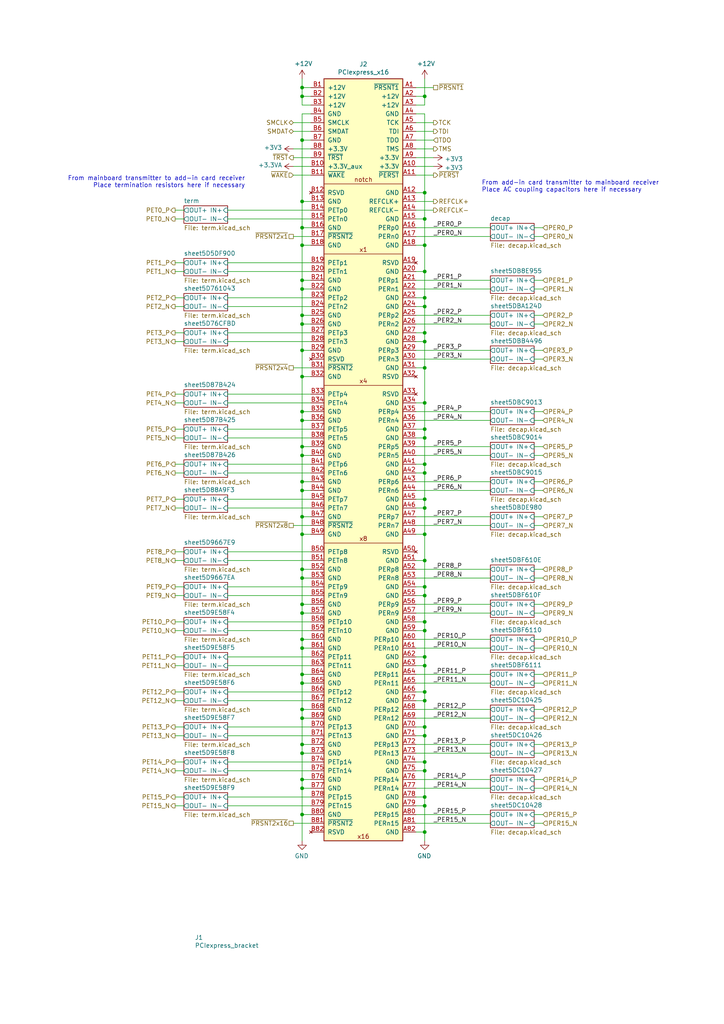
<source format=kicad_sch>
(kicad_sch (version 20250114) (generator "eeschema") (generator_version "9.0")
  (paper "A4" portrait)
  (title_block (title "PCIexpress_x16_full") (company "Author: Luca Anastasio"))
  (lib_symbols
    (symbol "PCIexpress:PCIexpress_bracket" (pin_names (offset 1.016))
      (property "Reference" "J" (at 0 0 0))
      (property "Value" "PCIexpress_bracket" (at 0 0 0))
    )
    (symbol "PCIexpress:PCIexpress_x16" (pin_names (offset 1.016))
      (property "Reference" "J" (at 0 3.81 0))
      (property "Value" "PCIexpress_x16" (at 0 1.27 0))
      (symbol "PCIexpress_x16_0_0"
        (polyline (pts (xy 11.43 -88.9) (xy -11.43 -88.9)))
        (polyline (pts (xy 11.43 -134.62) (xy -11.43 -134.62)))
        (text "x4" (at 0 -87.63 0) (effects (font (size 1.27 1.27))))
        (text "x8" (at 0 -133.35 0) (effects (font (size 1.27 1.27))))
        (text "x16" (at 0 -219.71 0) (effects (font (size 1.27 1.27))))
      )
      (symbol "PCIexpress_x16_1_1"
        (rectangle (start 11.43 0) (end -11.43 -220.98) (stroke (width 0.254)) (fill (type background)))
        (polyline (pts (xy 11.43 -30.48) (xy -11.43 -30.48)))
        (polyline (pts (xy 11.43 -50.8) (xy -11.43 -50.8)))
        (text "notch" (at 0 -29.21 0) (effects (font (size 1.27 1.27))))
        (text "x1" (at 0 -49.53 0) (effects (font (size 1.27 1.27))))
        (pin power_out line (at -15.24 -2.54 0) (length 3.81) (name "+12V") (number "B1"))
        (pin power_out line (at -15.24 -5.08 0) (length 3.81) (name "+12V") (number "B2"))
        (pin power_out line (at -15.24 -7.62 0) (length 3.81) (name "+12V") (number "B3"))
        (pin power_out line (at -15.24 -10.16 0) (length 3.81) (name "GND") (number "B4"))
        (pin open_collector line (at -15.24 -12.7 0) (length 3.81) (name "SMCLK") (number "B5"))
        (pin open_collector line (at -15.24 -15.24 0) (length 3.81) (name "SMDAT") (number "B6"))
        (pin power_out line (at -15.24 -17.78 0) (length 3.81) (name "GND") (number "B7"))
        (pin power_out line (at -15.24 -20.32 0) (length 3.81) (name "+3.3V") (number "B8"))
        (pin output line (at -15.24 -22.86 0) (length 3.81) (name "~{TRST}") (number "B9"))
        (pin power_out line (at -15.24 -25.4 0) (length 3.81) (name "+3.3V_aux") (number "B10"))
        (pin open_collector line (at -15.24 -27.94 0) (length 3.81) (name "~{WAKE}") (number "B11"))
        (pin no_connect line (at -15.24 -33.02 0) (length 3.81) (name "RSVD") (number "B12"))
        (pin power_out line (at -15.24 -35.56 0) (length 3.81) (name "GND") (number "B13"))
        (pin output line (at -15.24 -38.1 0) (length 3.81) (name "PETp0") (number "B14"))
        (pin output line (at -15.24 -40.64 0) (length 3.81) (name "PETn0") (number "B15"))
        (pin power_out line (at -15.24 -43.18 0) (length 3.81) (name "GND") (number "B16"))
        (pin passive line (at -15.24 -45.72 0) (length 3.81) (name "~{PRSNT2}") (number "B17"))
        (pin power_out line (at -15.24 -48.26 0) (length 3.81) (name "GND") (number "B18"))
        (pin output line (at -15.24 -53.34 0) (length 3.81) (name "PETp1") (number "B19"))
        (pin output line (at -15.24 -55.88 0) (length 3.81) (name "PETn1") (number "B20"))
        (pin power_out line (at -15.24 -58.42 0) (length 3.81) (name "GND") (number "B21"))
        (pin power_out line (at -15.24 -60.96 0) (length 3.81) (name "GND") (number "B22"))
        (pin output line (at -15.24 -63.5 0) (length 3.81) (name "PETp2") (number "B23"))
        (pin output line (at -15.24 -66.04 0) (length 3.81) (name "PETn2") (number "B24"))
        (pin power_out line (at -15.24 -68.58 0) (length 3.81) (name "GND") (number "B25"))
        (pin power_out line (at -15.24 -71.12 0) (length 3.81) (name "GND") (number "B26"))
        (pin output line (at -15.24 -73.66 0) (length 3.81) (name "PETp3") (number "B27"))
        (pin output line (at -15.24 -76.2 0) (length 3.81) (name "PETn3") (number "B28"))
        (pin power_out line (at -15.24 -78.74 0) (length 3.81) (name "GND") (number "B29"))
        (pin no_connect line (at -15.24 -81.28 0) (length 3.81) (name "RSVD") (number "B30"))
        (pin passive line (at -15.24 -83.82 0) (length 3.81) (name "~{PRSNT2}") (number "B31"))
        (pin power_out line (at -15.24 -86.36 0) (length 3.81) (name "GND") (number "B32"))
        (pin output line (at -15.24 -91.44 0) (length 3.81) (name "PETp4") (number "B33"))
        (pin output line (at -15.24 -93.98 0) (length 3.81) (name "PETn4") (number "B34"))
        (pin power_out line (at -15.24 -96.52 0) (length 3.81) (name "GND") (number "B35"))
        (pin power_out line (at -15.24 -99.06 0) (length 3.81) (name "GND") (number "B36"))
        (pin output line (at -15.24 -101.6 0) (length 3.81) (name "PETp5") (number "B37"))
        (pin output line (at -15.24 -104.14 0) (length 3.81) (name "PETn5") (number "B38"))
        (pin power_out line (at -15.24 -106.68 0) (length 3.81) (name "GND") (number "B39"))
        (pin power_out line (at -15.24 -109.22 0) (length 3.81) (name "GND") (number "B40"))
        (pin output line (at -15.24 -111.76 0) (length 3.81) (name "PETp6") (number "B41"))
        (pin output line (at -15.24 -114.3 0) (length 3.81) (name "PETn6") (number "B42"))
        (pin power_out line (at -15.24 -116.84 0) (length 3.81) (name "GND") (number "B43"))
        (pin power_out line (at -15.24 -119.38 0) (length 3.81) (name "GND") (number "B44"))
        (pin output line (at -15.24 -121.92 0) (length 3.81) (name "PETp7") (number "B45"))
        (pin output line (at -15.24 -124.46 0) (length 3.81) (name "PETn7") (number "B46"))
        (pin power_out line (at -15.24 -127 0) (length 3.81) (name "GND") (number "B47"))
        (pin passive line (at -15.24 -129.54 0) (length 3.81) (name "~{PRSNT2}") (number "B48"))
        (pin power_out line (at -15.24 -132.08 0) (length 3.81) (name "GND") (number "B49"))
        (pin output line (at -15.24 -137.16 0) (length 3.81) (name "PETp8") (number "B50"))
        (pin output line (at -15.24 -139.7 0) (length 3.81) (name "PETn8") (number "B51"))
        (pin power_out line (at -15.24 -142.24 0) (length 3.81) (name "GND") (number "B52"))
        (pin power_out line (at -15.24 -144.78 0) (length 3.81) (name "GND") (number "B53"))
        (pin output line (at -15.24 -147.32 0) (length 3.81) (name "PETp9") (number "B54"))
        (pin output line (at -15.24 -149.86 0) (length 3.81) (name "PETn9") (number "B55"))
        (pin power_out line (at -15.24 -152.4 0) (length 3.81) (name "GND") (number "B56"))
        (pin power_out line (at -15.24 -154.94 0) (length 3.81) (name "GND") (number "B57"))
        (pin output line (at -15.24 -157.48 0) (length 3.81) (name "PETp10") (number "B58"))
        (pin output line (at -15.24 -160.02 0) (length 3.81) (name "PETn10") (number "B59"))
        (pin power_out line (at -15.24 -162.56 0) (length 3.81) (name "GND") (number "B60"))
        (pin power_out line (at -15.24 -165.1 0) (length 3.81) (name "GND") (number "B61"))
        (pin output line (at -15.24 -167.64 0) (length 3.81) (name "PETp11") (number "B62"))
        (pin output line (at -15.24 -170.18 0) (length 3.81) (name "PETn11") (number "B63"))
        (pin power_out line (at -15.24 -172.72 0) (length 3.81) (name "GND") (number "B64"))
        (pin power_out line (at -15.24 -175.26 0) (length 3.81) (name "GND") (number "B65"))
        (pin output line (at -15.24 -177.8 0) (length 3.81) (name "PETp12") (number "B66"))
        (pin output line (at -15.24 -180.34 0) (length 3.81) (name "PETn12") (number "B67"))
        (pin power_out line (at -15.24 -182.88 0) (length 3.81) (name "GND") (number "B68"))
        (pin power_out line (at -15.24 -185.42 0) (length 3.81) (name "GND") (number "B69"))
        (pin output line (at -15.24 -187.96 0) (length 3.81) (name "PETp13") (number "B70"))
        (pin output line (at -15.24 -190.5 0) (length 3.81) (name "PETn13") (number "B71"))
        (pin power_out line (at -15.24 -193.04 0) (length 3.81) (name "GND") (number "B72"))
        (pin power_out line (at -15.24 -195.58 0) (length 3.81) (name "GND") (number "B73"))
        (pin output line (at -15.24 -198.12 0) (length 3.81) (name "PETp14") (number "B74"))
        (pin output line (at -15.24 -200.66 0) (length 3.81) (name "PETn14") (number "B75"))
        (pin power_out line (at -15.24 -203.2 0) (length 3.81) (name "GND") (number "B76"))
        (pin power_out line (at -15.24 -205.74 0) (length 3.81) (name "GND") (number "B77"))
        (pin output line (at -15.24 -208.28 0) (length 3.81) (name "PETp15") (number "B78"))
        (pin output line (at -15.24 -210.82 0) (length 3.81) (name "PETn15") (number "B79"))
        (pin power_out line (at -15.24 -213.36 0) (length 3.81) (name "GND") (number "B80"))
        (pin passive line (at -15.24 -215.9 0) (length 3.81) (name "~{PRSNT2}") (number "B81"))
        (pin no_connect line (at -15.24 -218.44 0) (length 3.81) (name "RSVD") (number "B82"))
        (pin passive line (at 15.24 -2.54 180) (length 3.81) (name "~{PRSNT1}") (number "A1"))
        (pin power_out line (at 15.24 -5.08 180) (length 3.81) (name "+12V") (number "A2"))
        (pin power_out line (at 15.24 -7.62 180) (length 3.81) (name "+12V") (number "A3"))
        (pin power_out line (at 15.24 -10.16 180) (length 3.81) (name "GND") (number "A4"))
        (pin output line (at 15.24 -12.7 180) (length 3.81) (name "TCK") (number "A5"))
        (pin output line (at 15.24 -15.24 180) (length 3.81) (name "TDI") (number "A6"))
        (pin input line (at 15.24 -17.78 180) (length 3.81) (name "TDO") (number "A7"))
        (pin output line (at 15.24 -20.32 180) (length 3.81) (name "TMS") (number "A8"))
        (pin power_out line (at 15.24 -22.86 180) (length 3.81) (name "+3.3V") (number "A9"))
        (pin power_out line (at 15.24 -25.4 180) (length 3.81) (name "+3.3V") (number "A10"))
        (pin output line (at 15.24 -27.94 180) (length 3.81) (name "~{PERST}") (number "A11"))
        (pin power_out line (at 15.24 -33.02 180) (length 3.81) (name "GND") (number "A12"))
        (pin output line (at 15.24 -35.56 180) (length 3.81) (name "REFCLK+") (number "A13"))
        (pin output line (at 15.24 -38.1 180) (length 3.81) (name "REFCLK-") (number "A14"))
        (pin power_out line (at 15.24 -40.64 180) (length 3.81) (name "GND") (number "A15"))
        (pin input line (at 15.24 -43.18 180) (length 3.81) (name "PERp0") (number "A16"))
        (pin input line (at 15.24 -45.72 180) (length 3.81) (name "PERn0") (number "A17"))
        (pin power_out line (at 15.24 -48.26 180) (length 3.81) (name "GND") (number "A18"))
        (pin no_connect line (at 15.24 -53.34 180) (length 3.81) (name "RSVD") (number "A19"))
        (pin power_out line (at 15.24 -55.88 180) (length 3.81) (name "GND") (number "A20"))
        (pin input line (at 15.24 -58.42 180) (length 3.81) (name "PERp1") (number "A21"))
        (pin input line (at 15.24 -60.96 180) (length 3.81) (name "PERn1") (number "A22"))
        (pin power_out line (at 15.24 -63.5 180) (length 3.81) (name "GND") (number "A23"))
        (pin power_out line (at 15.24 -66.04 180) (length 3.81) (name "GND") (number "A24"))
        (pin input line (at 15.24 -68.58 180) (length 3.81) (name "PERp2") (number "A25"))
        (pin input line (at 15.24 -71.12 180) (length 3.81) (name "PERn2") (number "A26"))
        (pin power_out line (at 15.24 -73.66 180) (length 3.81) (name "GND") (number "A27"))
        (pin power_out line (at 15.24 -76.2 180) (length 3.81) (name "GND") (number "A28"))
        (pin input line (at 15.24 -78.74 180) (length 3.81) (name "PERp3") (number "A29"))
        (pin input line (at 15.24 -81.28 180) (length 3.81) (name "PERn3") (number "A30"))
        (pin power_out line (at 15.24 -83.82 180) (length 3.81) (name "GND") (number "A31"))
        (pin no_connect line (at 15.24 -86.36 180) (length 3.81) (name "RSVD") (number "A32"))
        (pin no_connect line (at 15.24 -91.44 180) (length 3.81) (name "RSVD") (number "A33"))
        (pin power_out line (at 15.24 -93.98 180) (length 3.81) (name "GND") (number "A34"))
        (pin input line (at 15.24 -96.52 180) (length 3.81) (name "PERp4") (number "A35"))
        (pin input line (at 15.24 -99.06 180) (length 3.81) (name "PERn4") (number "A36"))
        (pin power_out line (at 15.24 -101.6 180) (length 3.81) (name "GND") (number "A37"))
        (pin power_out line (at 15.24 -104.14 180) (length 3.81) (name "GND") (number "A38"))
        (pin input line (at 15.24 -106.68 180) (length 3.81) (name "PERp5") (number "A39"))
        (pin input line (at 15.24 -109.22 180) (length 3.81) (name "PERn5") (number "A40"))
        (pin power_out line (at 15.24 -111.76 180) (length 3.81) (name "GND") (number "A41"))
        (pin power_out line (at 15.24 -114.3 180) (length 3.81) (name "GND") (number "A42"))
        (pin input line (at 15.24 -116.84 180) (length 3.81) (name "PERp6") (number "A43"))
        (pin input line (at 15.24 -119.38 180) (length 3.81) (name "PERn6") (number "A44"))
        (pin power_out line (at 15.24 -121.92 180) (length 3.81) (name "GND") (number "A45"))
        (pin power_out line (at 15.24 -124.46 180) (length 3.81) (name "GND") (number "A46"))
        (pin input line (at 15.24 -127 180) (length 3.81) (name "PERp7") (number "A47"))
        (pin input line (at 15.24 -129.54 180) (length 3.81) (name "PERn7") (number "A48"))
        (pin power_out line (at 15.24 -132.08 180) (length 3.81) (name "GND") (number "A49"))
        (pin no_connect line (at 15.24 -137.16 180) (length 3.81) (name "RSVD") (number "A50"))
        (pin power_out line (at 15.24 -139.7 180) (length 3.81) (name "GND") (number "A51"))
        (pin input line (at 15.24 -142.24 180) (length 3.81) (name "PERp8") (number "A52"))
        (pin input line (at 15.24 -144.78 180) (length 3.81) (name "PERn8") (number "A53"))
        (pin power_out line (at 15.24 -147.32 180) (length 3.81) (name "GND") (number "A54"))
        (pin power_out line (at 15.24 -149.86 180) (length 3.81) (name "GND") (number "A55"))
        (pin input line (at 15.24 -152.4 180) (length 3.81) (name "PERp9") (number "A56"))
        (pin input line (at 15.24 -154.94 180) (length 3.81) (name "PERn9") (number "A57"))
        (pin power_out line (at 15.24 -157.48 180) (length 3.81) (name "GND") (number "A58"))
        (pin power_out line (at 15.24 -160.02 180) (length 3.81) (name "GND") (number "A59"))
        (pin input line (at 15.24 -162.56 180) (length 3.81) (name "PERp10") (number "A60"))
        (pin input line (at 15.24 -165.1 180) (length 3.81) (name "PERn10") (number "A61"))
        (pin power_out line (at 15.24 -167.64 180) (length 3.81) (name "GND") (number "A62"))
        (pin power_out line (at 15.24 -170.18 180) (length 3.81) (name "GND") (number "A63"))
        (pin input line (at 15.24 -172.72 180) (length 3.81) (name "PERp11") (number "A64"))
        (pin input line (at 15.24 -175.26 180) (length 3.81) (name "PERn11") (number "A65"))
        (pin power_out line (at 15.24 -177.8 180) (length 3.81) (name "GND") (number "A66"))
        (pin power_out line (at 15.24 -180.34 180) (length 3.81) (name "GND") (number "A67"))
        (pin input line (at 15.24 -182.88 180) (length 3.81) (name "PERp12") (number "A68"))
        (pin input line (at 15.24 -185.42 180) (length 3.81) (name "PERn12") (number "A69"))
        (pin power_out line (at 15.24 -187.96 180) (length 3.81) (name "GND") (number "A70"))
        (pin power_out line (at 15.24 -190.5 180) (length 3.81) (name "GND") (number "A71"))
        (pin input line (at 15.24 -193.04 180) (length 3.81) (name "PERp13") (number "A72"))
        (pin input line (at 15.24 -195.58 180) (length 3.81) (name "PERn13") (number "A73"))
        (pin power_out line (at 15.24 -198.12 180) (length 3.81) (name "GND") (number "A74"))
        (pin power_out line (at 15.24 -200.66 180) (length 3.81) (name "GND") (number "A75"))
        (pin input line (at 15.24 -203.2 180) (length 3.81) (name "PERp14") (number "A76"))
        (pin input line (at 15.24 -205.74 180) (length 3.81) (name "PERn14") (number "A77"))
        (pin power_out line (at 15.24 -208.28 180) (length 3.81) (name "GND") (number "A78"))
        (pin power_out line (at 15.24 -210.82 180) (length 3.81) (name "GND") (number "A79"))
        (pin input line (at 15.24 -213.36 180) (length 3.81) (name "PERp15") (number "A80"))
        (pin input line (at 15.24 -215.9 180) (length 3.81) (name "PERn15") (number "A81"))
        (pin power_out line (at 15.24 -218.44 180) (length 3.81) (name "GND") (number "A82"))
      )
    )
    (symbol "PCIexpress_x16_full-rescue:+3.3V-power" (power) (pin_names (offset 0))
      (property "Value" "+3.3V-power" (at 0 3.556 0))
      (symbol "+3.3V-power_0_1"
        (polyline (pts (xy -0.762 1.27) (xy 0 2.54)))
        (polyline (pts (xy 0 2.54) (xy 0.762 1.27)))
        (polyline (pts (xy 0 0) (xy 0 2.54)))
      )
      (symbol "+3.3V-power_1_1"
        (pin power_in line (at 0 0 90) (length 0) (hide yes) (name "+3V3") (number "1"))
      )
    )
    (symbol "power:+12V" (power) (pin_names (offset 0))
      (property "Value" "+12V" (at 0 3.556 0))
      (symbol "+12V_0_1"
        (polyline (pts (xy -0.762 1.27) (xy 0 2.54)))
        (polyline (pts (xy 0 2.54) (xy 0.762 1.27)))
        (polyline (pts (xy 0 0) (xy 0 2.54)))
      )
      (symbol "+12V_1_1"
        (pin power_in line (at 0 0 90) (length 0) (hide yes) (name "+12V") (number "1"))
      )
    )
    (symbol "power:+3.3VA" (power) (pin_names (offset 0))
      (property "Value" "+3.3VA" (at 0 3.556 0))
      (symbol "+3.3VA_0_1"
        (polyline (pts (xy -0.762 1.27) (xy 0 2.54)))
        (polyline (pts (xy 0 2.54) (xy 0.762 1.27)))
        (polyline (pts (xy 0 0) (xy 0 2.54)))
      )
      (symbol "+3.3VA_1_1"
        (pin power_in line (at 0 0 90) (length 0) (hide yes) (name "+3.3VA") (number "1"))
      )
    )
    (symbol "power:GND" (power) (pin_names (offset 0))
      (property "Value" "GND" (at 0 -3.81 0))
      (symbol "GND_0_1"
        (polyline (pts (xy 0 0) (xy 0 -1.27) (xy 1.27 -1.27) (xy 0 -2.54) (xy -1.27 -1.27) (xy 0 -1.27)))
      )
      (symbol "GND_1_1"
        (pin power_in line (at 0 0 270) (length 0) (hide yes) (name "GND") (number "1"))
      )
    )
  )
  (text "From add-in card transmitter to mainboard receiver\nPlace AC coupling capacitors here if necessary" (at 139.7 55.88 0) (effects (font (size 1.27 1.27)) (justify left bottom)))
  (text "From mainboard transmitter to add-in card receiver\nPlace termination resistors here if necessary" (at 71.12 54.61 0) (effects (font (size 1.27 1.27)) (justify right bottom)))
  (junction (at 87.63 167.64))
  (junction (at 123.19 233.68))
  (junction (at 87.63 119.38))
  (junction (at 123.19 63.5))
  (junction (at 87.63 71.12))
  (junction (at 87.63 215.9))
  (junction (at 123.19 27.94))
  (junction (at 123.19 210.82))
  (junction (at 123.19 124.46))
  (junction (at 87.63 25.4))
  (junction (at 87.63 129.54))
  (junction (at 123.19 144.78))
  (junction (at 123.19 106.68))
  (junction (at 87.63 121.92))
  (junction (at 87.63 185.42))
  (junction (at 123.19 99.06))
  (junction (at 87.63 81.28))
  (junction (at 87.63 198.12))
  (junction (at 123.19 172.72))
  (junction (at 123.19 96.52))
  (junction (at 87.63 109.22))
  (junction (at 87.63 236.22))
  (junction (at 87.63 142.24))
  (junction (at 87.63 177.8))
  (junction (at 87.63 205.74))
  (junction (at 123.19 154.94))
  (junction (at 87.63 226.06))
  (junction (at 123.19 55.88))
  (junction (at 87.63 66.04))
  (junction (at 123.19 203.2))
  (junction (at 123.19 162.56))
  (junction (at 87.63 195.58))
  (junction (at 87.63 149.86))
  (junction (at 123.19 147.32))
  (junction (at 123.19 193.04))
  (junction (at 123.19 220.98))
  (junction (at 123.19 200.66))
  (junction (at 87.63 91.44))
  (junction (at 87.63 93.98))
  (junction (at 123.19 88.9))
  (junction (at 87.63 208.28))
  (junction (at 123.19 182.88))
  (junction (at 123.19 71.12))
  (junction (at 123.19 137.16))
  (junction (at 123.19 134.62))
  (junction (at 87.63 40.64))
  (junction (at 123.19 231.14))
  (junction (at 87.63 27.94))
  (junction (at 87.63 187.96))
  (junction (at 87.63 132.08))
  (junction (at 123.19 127))
  (junction (at 123.19 241.3))
  (junction (at 87.63 139.7))
  (junction (at 123.19 116.84))
  (junction (at 123.19 223.52))
  (junction (at 123.19 86.36))
  (junction (at 123.19 213.36))
  (junction (at 123.19 190.5))
  (junction (at 87.63 165.1))
  (junction (at 123.19 180.34))
  (junction (at 87.63 228.6))
  (junction (at 87.63 218.44))
  (junction (at 87.63 154.94))
  (junction (at 123.19 78.74))
  (junction (at 123.19 170.18))
  (junction (at 87.63 58.42))
  (junction (at 87.63 101.6))
  (junction (at 87.63 175.26))
  (junction (at 87.63 83.82))
  (wire (pts (xy 154.94 236.22) (xy 157.48 236.22)))
  (wire (pts (xy 120.65 104.14) (xy 142.24 104.14)))
  (wire (pts (xy 90.17 208.28) (xy 87.63 208.28)))
  (wire (pts (xy 123.19 231.14) (xy 123.19 233.68)))
  (wire (pts (xy 50.8 124.46) (xy 53.34 124.46)))
  (wire (pts (xy 66.04 114.3) (xy 90.17 114.3)))
  (wire (pts (xy 154.94 152.4) (xy 157.48 152.4)))
  (wire (pts (xy 120.65 91.44) (xy 142.24 91.44)))
  (wire (pts (xy 154.94 195.58) (xy 157.48 195.58)))
  (wire (pts (xy 123.19 180.34) (xy 120.65 180.34)))
  (wire (pts (xy 90.17 71.12) (xy 87.63 71.12)))
  (wire (pts (xy 87.63 83.82) (xy 87.63 81.28)))
  (wire (pts (xy 123.19 86.36) (xy 123.19 88.9)))
  (wire (pts (xy 120.65 134.62) (xy 123.19 134.62)))
  (wire (pts (xy 154.94 139.7) (xy 157.48 139.7)))
  (wire (pts (xy 90.17 91.44) (xy 87.63 91.44)))
  (wire (pts (xy 50.8 86.36) (xy 53.34 86.36)))
  (wire (pts (xy 120.65 35.56) (xy 125.73 35.56)))
  (wire (pts (xy 120.65 129.54) (xy 142.24 129.54)))
  (wire (pts (xy 66.04 86.36) (xy 90.17 86.36)))
  (wire (pts (xy 85.09 152.4) (xy 90.17 152.4)))
  (wire (pts (xy 90.17 165.1) (xy 87.63 165.1)))
  (wire (pts (xy 90.17 139.7) (xy 87.63 139.7)))
  (wire (pts (xy 120.65 101.6) (xy 142.24 101.6)))
  (wire (pts (xy 87.63 185.42) (xy 87.63 177.8)))
  (wire (pts (xy 87.63 109.22) (xy 87.63 101.6)))
  (wire (pts (xy 87.63 91.44) (xy 87.63 83.82)))
  (wire (pts (xy 66.04 78.74) (xy 90.17 78.74)))
  (wire (pts (xy 120.65 241.3) (xy 123.19 241.3)))
  (wire (pts (xy 90.17 167.64) (xy 87.63 167.64)))
  (wire (pts (xy 50.8 76.2) (xy 53.34 76.2)))
  (wire (pts (xy 50.8 231.14) (xy 53.34 231.14)))
  (wire (pts (xy 120.65 226.06) (xy 142.24 226.06)))
  (wire (pts (xy 120.65 119.38) (xy 142.24 119.38)))
  (wire (pts (xy 66.04 116.84) (xy 90.17 116.84)))
  (wire (pts (xy 50.8 200.66) (xy 53.34 200.66)))
  (wire (pts (xy 123.19 170.18) (xy 123.19 172.72)))
  (wire (pts (xy 120.65 50.8) (xy 125.73 50.8)))
  (wire (pts (xy 90.17 215.9) (xy 87.63 215.9)))
  (wire (pts (xy 90.17 154.94) (xy 87.63 154.94)))
  (wire (pts (xy 90.17 58.42) (xy 87.63 58.42)))
  (wire (pts (xy 154.94 215.9) (xy 157.48 215.9)))
  (wire (pts (xy 66.04 200.66) (xy 90.17 200.66)))
  (wire (pts (xy 120.65 198.12) (xy 142.24 198.12)))
  (wire (pts (xy 154.94 93.98) (xy 157.48 93.98)))
  (wire (pts (xy 87.63 187.96) (xy 87.63 185.42)))
  (wire (pts (xy 123.19 71.12) (xy 123.19 78.74)))
  (wire (pts (xy 87.63 119.38) (xy 87.63 109.22)))
  (wire (pts (xy 123.19 63.5) (xy 123.19 71.12)))
  (wire (pts (xy 123.19 223.52) (xy 123.19 231.14)))
  (wire (pts (xy 87.63 71.12) (xy 87.63 66.04)))
  (wire (pts (xy 90.17 185.42) (xy 87.63 185.42)))
  (wire (pts (xy 120.65 167.64) (xy 142.24 167.64)))
  (wire (pts (xy 66.04 134.62) (xy 90.17 134.62)))
  (wire (pts (xy 50.8 116.84) (xy 53.34 116.84)))
  (wire (pts (xy 50.8 160.02) (xy 53.34 160.02)))
  (wire (pts (xy 120.65 86.36) (xy 123.19 86.36)))
  (wire (pts (xy 50.8 162.56) (xy 53.34 162.56)))
  (wire (pts (xy 120.65 66.04) (xy 142.24 66.04)))
  (wire (pts (xy 50.8 182.88) (xy 53.34 182.88)))
  (wire (pts (xy 66.04 170.18) (xy 90.17 170.18)))
  (wire (pts (xy 90.17 205.74) (xy 87.63 205.74)))
  (wire (pts (xy 123.19 233.68) (xy 123.19 241.3)))
  (wire (pts (xy 87.63 154.94) (xy 87.63 149.86)))
  (wire (pts (xy 50.8 190.5) (xy 53.34 190.5)))
  (wire (pts (xy 123.19 203.2) (xy 123.19 210.82)))
  (wire (pts (xy 123.19 154.94) (xy 123.19 162.56)))
  (wire (pts (xy 90.17 236.22) (xy 87.63 236.22)))
  (wire (pts (xy 90.17 109.22) (xy 87.63 109.22)))
  (wire (pts (xy 154.94 83.82) (xy 157.48 83.82)))
  (wire (pts (xy 154.94 129.54) (xy 157.48 129.54)))
  (wire (pts (xy 85.09 50.8) (xy 90.17 50.8)))
  (wire (pts (xy 123.19 137.16) (xy 123.19 144.78)))
  (wire (pts (xy 87.63 129.54) (xy 87.63 121.92)))
  (wire (pts (xy 50.8 213.36) (xy 53.34 213.36)))
  (wire (pts (xy 120.65 124.46) (xy 123.19 124.46)))
  (wire (pts (xy 120.65 71.12) (xy 123.19 71.12)))
  (wire (pts (xy 85.09 48.26) (xy 90.17 48.26)))
  (wire (pts (xy 154.94 101.6) (xy 157.48 101.6)))
  (wire (pts (xy 90.17 149.86) (xy 87.63 149.86)))
  (wire (pts (xy 87.63 25.4) (xy 87.63 22.86)))
  (wire (pts (xy 50.8 137.16) (xy 53.34 137.16)))
  (wire (pts (xy 87.63 167.64) (xy 87.63 165.1)))
  (wire (pts (xy 66.04 147.32) (xy 90.17 147.32)))
  (wire (pts (xy 120.65 208.28) (xy 142.24 208.28)))
  (wire (pts (xy 90.17 195.58) (xy 87.63 195.58)))
  (wire (pts (xy 123.19 88.9) (xy 123.19 96.52)))
  (wire (pts (xy 123.19 241.3) (xy 123.19 243.84)))
  (wire (pts (xy 87.63 27.94) (xy 87.63 25.4)))
  (wire (pts (xy 66.04 233.68) (xy 90.17 233.68)))
  (wire (pts (xy 123.19 213.36) (xy 123.19 220.98)))
  (wire (pts (xy 120.65 60.96) (xy 125.73 60.96)))
  (wire (pts (xy 87.63 121.92) (xy 87.63 119.38)))
  (wire (pts (xy 90.17 40.64) (xy 87.63 40.64)))
  (wire (pts (xy 120.65 210.82) (xy 123.19 210.82)))
  (wire (pts (xy 120.65 152.4) (xy 142.24 152.4)))
  (wire (pts (xy 85.09 238.76) (xy 90.17 238.76)))
  (wire (pts (xy 120.65 96.52) (xy 123.19 96.52)))
  (wire (pts (xy 87.63 198.12) (xy 87.63 195.58)))
  (wire (pts (xy 120.65 236.22) (xy 142.24 236.22)))
  (wire (pts (xy 120.65 223.52) (xy 123.19 223.52)))
  (wire (pts (xy 90.17 142.24) (xy 87.63 142.24)))
  (wire (pts (xy 154.94 208.28) (xy 157.48 208.28)))
  (wire (pts (xy 154.94 165.1) (xy 157.48 165.1)))
  (wire (pts (xy 120.65 149.86) (xy 142.24 149.86)))
  (wire (pts (xy 123.19 78.74) (xy 123.19 86.36)))
  (wire (pts (xy 50.8 60.96) (xy 53.34 60.96)))
  (wire (pts (xy 120.65 144.78) (xy 123.19 144.78)))
  (wire (pts (xy 87.63 208.28) (xy 87.63 205.74)))
  (wire (pts (xy 66.04 210.82) (xy 90.17 210.82)))
  (wire (pts (xy 123.19 33.02) (xy 120.65 33.02)))
  (wire (pts (xy 154.94 175.26) (xy 157.48 175.26)))
  (wire (pts (xy 120.65 147.32) (xy 123.19 147.32)))
  (wire (pts (xy 120.65 58.42) (xy 125.73 58.42)))
  (wire (pts (xy 120.65 182.88) (xy 123.19 182.88)))
  (wire (pts (xy 66.04 127) (xy 90.17 127)))
  (wire (pts (xy 87.63 81.28) (xy 87.63 71.12)))
  (wire (pts (xy 120.65 106.68) (xy 123.19 106.68)))
  (wire (pts (xy 120.65 99.06) (xy 123.19 99.06)))
  (wire (pts (xy 120.65 48.26) (xy 125.73 48.26)))
  (wire (pts (xy 123.19 200.66) (xy 123.19 203.2)))
  (wire (pts (xy 87.63 40.64) (xy 87.63 33.02)))
  (wire (pts (xy 120.65 200.66) (xy 123.19 200.66)))
  (wire (pts (xy 90.17 177.8) (xy 87.63 177.8)))
  (wire (pts (xy 123.19 96.52) (xy 123.19 99.06)))
  (wire (pts (xy 66.04 213.36) (xy 90.17 213.36)))
  (wire (pts (xy 123.19 210.82) (xy 123.19 213.36)))
  (wire (pts (xy 66.04 180.34) (xy 90.17 180.34)))
  (wire (pts (xy 123.19 99.06) (xy 123.19 106.68)))
  (wire (pts (xy 50.8 114.3) (xy 53.34 114.3)))
  (wire (pts (xy 90.17 121.92) (xy 87.63 121.92)))
  (wire (pts (xy 120.65 137.16) (xy 123.19 137.16)))
  (wire (pts (xy 120.65 238.76) (xy 142.24 238.76)))
  (wire (pts (xy 123.19 144.78) (xy 123.19 147.32)))
  (wire (pts (xy 120.65 68.58) (xy 142.24 68.58)))
  (wire (pts (xy 120.65 30.48) (xy 123.19 30.48)))
  (wire (pts (xy 66.04 60.96) (xy 90.17 60.96)))
  (wire (pts (xy 120.65 165.1) (xy 142.24 165.1)))
  (wire (pts (xy 154.94 66.04) (xy 157.48 66.04)))
  (wire (pts (xy 120.65 215.9) (xy 142.24 215.9)))
  (wire (pts (xy 154.94 218.44) (xy 157.48 218.44)))
  (wire (pts (xy 154.94 226.06) (xy 157.48 226.06)))
  (wire (pts (xy 87.63 165.1) (xy 87.63 154.94)))
  (wire (pts (xy 66.04 223.52) (xy 90.17 223.52)))
  (wire (pts (xy 50.8 203.2) (xy 53.34 203.2)))
  (wire (pts (xy 50.8 134.62) (xy 53.34 134.62)))
  (wire (pts (xy 66.04 144.78) (xy 90.17 144.78)))
  (wire (pts (xy 154.94 198.12) (xy 157.48 198.12)))
  (wire (pts (xy 90.17 25.4) (xy 87.63 25.4)))
  (wire (pts (xy 120.65 116.84) (xy 123.19 116.84)))
  (wire (pts (xy 66.04 63.5) (xy 90.17 63.5)))
  (wire (pts (xy 50.8 96.52) (xy 53.34 96.52)))
  (wire (pts (xy 154.94 68.58) (xy 157.48 68.58)))
  (wire (pts (xy 50.8 223.52) (xy 53.34 223.52)))
  (wire (pts (xy 87.63 149.86) (xy 87.63 142.24)))
  (wire (pts (xy 123.19 162.56) (xy 123.19 170.18)))
  (wire (pts (xy 50.8 210.82) (xy 53.34 210.82)))
  (wire (pts (xy 120.65 139.7) (xy 142.24 139.7)))
  (wire (pts (xy 154.94 205.74) (xy 157.48 205.74)))
  (wire (pts (xy 66.04 76.2) (xy 90.17 76.2)))
  (wire (pts (xy 123.19 106.68) (xy 123.19 116.84)))
  (wire (pts (xy 85.09 43.18) (xy 90.17 43.18)))
  (wire (pts (xy 90.17 218.44) (xy 87.63 218.44)))
  (wire (pts (xy 154.94 177.8) (xy 157.48 177.8)))
  (wire (pts (xy 123.19 172.72) (xy 123.19 180.34)))
  (wire (pts (xy 87.63 175.26) (xy 87.63 167.64)))
  (wire (pts (xy 87.63 215.9) (xy 87.63 208.28)))
  (wire (pts (xy 120.65 154.94) (xy 123.19 154.94)))
  (wire (pts (xy 66.04 99.06) (xy 90.17 99.06)))
  (wire (pts (xy 154.94 187.96) (xy 157.48 187.96)))
  (wire (pts (xy 87.63 139.7) (xy 87.63 132.08)))
  (wire (pts (xy 90.17 129.54) (xy 87.63 129.54)))
  (wire (pts (xy 50.8 144.78) (xy 53.34 144.78)))
  (wire (pts (xy 120.65 55.88) (xy 123.19 55.88)))
  (wire (pts (xy 87.63 236.22) (xy 87.63 228.6)))
  (wire (pts (xy 87.63 243.84) (xy 87.63 236.22)))
  (wire (pts (xy 50.8 147.32) (xy 53.34 147.32)))
  (wire (pts (xy 154.94 185.42) (xy 157.48 185.42)))
  (wire (pts (xy 123.19 22.86) (xy 123.19 27.94)))
  (wire (pts (xy 120.65 142.24) (xy 142.24 142.24)))
  (wire (pts (xy 123.19 134.62) (xy 123.19 137.16)))
  (wire (pts (xy 85.09 35.56) (xy 90.17 35.56)))
  (wire (pts (xy 123.19 127) (xy 123.19 134.62)))
  (wire (pts (xy 87.63 132.08) (xy 87.63 129.54)))
  (wire (pts (xy 154.94 167.64) (xy 157.48 167.64)))
  (wire (pts (xy 66.04 203.2) (xy 90.17 203.2)))
  (wire (pts (xy 90.17 68.58) (xy 85.09 68.58)))
  (wire (pts (xy 120.65 177.8) (xy 142.24 177.8)))
  (wire (pts (xy 50.8 180.34) (xy 53.34 180.34)))
  (wire (pts (xy 154.94 121.92) (xy 157.48 121.92)))
  (wire (pts (xy 90.17 175.26) (xy 87.63 175.26)))
  (wire (pts (xy 66.04 220.98) (xy 90.17 220.98)))
  (wire (pts (xy 120.65 127) (xy 123.19 127)))
  (wire (pts (xy 85.09 38.1) (xy 90.17 38.1)))
  (wire (pts (xy 120.65 175.26) (xy 142.24 175.26)))
  (wire (pts (xy 123.19 193.04) (xy 123.19 200.66)))
  (wire (pts (xy 120.65 231.14) (xy 123.19 231.14)))
  (wire (pts (xy 154.94 228.6) (xy 157.48 228.6)))
  (wire (pts (xy 90.17 119.38) (xy 87.63 119.38)))
  (wire (pts (xy 50.8 88.9) (xy 53.34 88.9)))
  (wire (pts (xy 120.65 45.72) (xy 125.73 45.72)))
  (wire (pts (xy 50.8 193.04) (xy 53.34 193.04)))
  (wire (pts (xy 120.65 43.18) (xy 125.73 43.18)))
  (wire (pts (xy 123.19 182.88) (xy 123.19 190.5)))
  (wire (pts (xy 120.65 63.5) (xy 123.19 63.5)))
  (wire (pts (xy 87.63 101.6) (xy 87.63 93.98)))
  (wire (pts (xy 87.63 30.48) (xy 87.63 27.94)))
  (wire (pts (xy 120.65 88.9) (xy 123.19 88.9)))
  (wire (pts (xy 66.04 124.46) (xy 90.17 124.46)))
  (wire (pts (xy 123.19 220.98) (xy 120.65 220.98)))
  (wire (pts (xy 154.94 81.28) (xy 157.48 81.28)))
  (wire (pts (xy 87.63 142.24) (xy 87.63 139.7)))
  (wire (pts (xy 66.04 193.04) (xy 90.17 193.04)))
  (wire (pts (xy 120.65 190.5) (xy 123.19 190.5)))
  (wire (pts (xy 90.17 30.48) (xy 87.63 30.48)))
  (wire (pts (xy 123.19 30.48) (xy 123.19 27.94)))
  (wire (pts (xy 87.63 228.6) (xy 87.63 226.06)))
  (wire (pts (xy 66.04 162.56) (xy 90.17 162.56)))
  (wire (pts (xy 90.17 101.6) (xy 87.63 101.6)))
  (wire (pts (xy 120.65 218.44) (xy 142.24 218.44)))
  (wire (pts (xy 120.65 83.82) (xy 142.24 83.82)))
  (wire (pts (xy 85.09 106.68) (xy 90.17 106.68)))
  (wire (pts (xy 120.65 228.6) (xy 142.24 228.6)))
  (wire (pts (xy 87.63 93.98) (xy 87.63 91.44)))
  (wire (pts (xy 87.63 66.04) (xy 87.63 58.42)))
  (wire (pts (xy 90.17 132.08) (xy 87.63 132.08)))
  (wire (pts (xy 66.04 96.52) (xy 90.17 96.52)))
  (wire (pts (xy 154.94 132.08) (xy 157.48 132.08)))
  (wire (pts (xy 123.19 116.84) (xy 123.19 124.46)))
  (wire (pts (xy 87.63 27.94) (xy 90.17 27.94)))
  (wire (pts (xy 50.8 78.74) (xy 53.34 78.74)))
  (wire (pts (xy 120.65 40.64) (xy 125.73 40.64)))
  (wire (pts (xy 66.04 172.72) (xy 90.17 172.72)))
  (wire (pts (xy 87.63 58.42) (xy 87.63 40.64)))
  (wire (pts (xy 120.65 172.72) (xy 123.19 172.72)))
  (wire (pts (xy 123.19 147.32) (xy 123.19 154.94)))
  (wire (pts (xy 154.94 142.24) (xy 157.48 142.24)))
  (wire (pts (xy 120.65 38.1) (xy 125.73 38.1)))
  (wire (pts (xy 90.17 66.04) (xy 87.63 66.04)))
  (wire (pts (xy 87.63 33.02) (xy 90.17 33.02)))
  (wire (pts (xy 123.19 55.88) (xy 123.19 63.5)))
  (wire (pts (xy 50.8 99.06) (xy 53.34 99.06)))
  (wire (pts (xy 123.19 27.94) (xy 120.65 27.94)))
  (wire (pts (xy 50.8 172.72) (xy 53.34 172.72)))
  (wire (pts (xy 120.65 205.74) (xy 142.24 205.74)))
  (wire (pts (xy 87.63 205.74) (xy 87.63 198.12)))
  (wire (pts (xy 120.65 203.2) (xy 123.19 203.2)))
  (wire (pts (xy 120.65 170.18) (xy 123.19 170.18)))
  (wire (pts (xy 120.65 78.74) (xy 123.19 78.74)))
  (wire (pts (xy 120.65 162.56) (xy 123.19 162.56)))
  (wire (pts (xy 120.65 233.68) (xy 123.19 233.68)))
  (wire (pts (xy 66.04 182.88) (xy 90.17 182.88)))
  (wire (pts (xy 50.8 233.68) (xy 53.34 233.68)))
  (wire (pts (xy 90.17 226.06) (xy 87.63 226.06)))
  (wire (pts (xy 120.65 121.92) (xy 142.24 121.92)))
  (wire (pts (xy 90.17 228.6) (xy 87.63 228.6)))
  (wire (pts (xy 50.8 220.98) (xy 53.34 220.98)))
  (wire (pts (xy 120.65 187.96) (xy 142.24 187.96)))
  (wire (pts (xy 87.63 226.06) (xy 87.63 218.44)))
  (wire (pts (xy 123.19 190.5) (xy 123.19 193.04)))
  (wire (pts (xy 90.17 93.98) (xy 87.63 93.98)))
  (wire (pts (xy 123.19 180.34) (xy 123.19 182.88)))
  (wire (pts (xy 120.65 132.08) (xy 142.24 132.08)))
  (wire (pts (xy 123.19 220.98) (xy 123.19 223.52)))
  (wire (pts (xy 154.94 149.86) (xy 157.48 149.86)))
  (wire (pts (xy 120.65 25.4) (xy 125.73 25.4)))
  (wire (pts (xy 120.65 93.98) (xy 142.24 93.98)))
  (wire (pts (xy 87.63 177.8) (xy 87.63 175.26)))
  (wire (pts (xy 120.65 213.36) (xy 123.19 213.36)))
  (wire (pts (xy 90.17 83.82) (xy 87.63 83.82)))
  (wire (pts (xy 66.04 190.5) (xy 90.17 190.5)))
  (wire (pts (xy 85.09 45.72) (xy 90.17 45.72)))
  (wire (pts (xy 154.94 104.14) (xy 157.48 104.14)))
  (wire (pts (xy 123.19 33.02) (xy 123.19 55.88)))
  (wire (pts (xy 120.65 81.28) (xy 142.24 81.28)))
  (wire (pts (xy 66.04 160.02) (xy 90.17 160.02)))
  (wire (pts (xy 50.8 170.18) (xy 53.34 170.18)))
  (wire (pts (xy 50.8 127) (xy 53.34 127)))
  (wire (pts (xy 123.19 124.46) (xy 123.19 127)))
  (wire (pts (xy 120.65 195.58) (xy 142.24 195.58)))
  (wire (pts (xy 87.63 218.44) (xy 87.63 215.9)))
  (wire (pts (xy 50.8 63.5) (xy 53.34 63.5)))
  (wire (pts (xy 154.94 238.76) (xy 157.48 238.76)))
  (wire (pts (xy 90.17 187.96) (xy 87.63 187.96)))
  (wire (pts (xy 154.94 91.44) (xy 157.48 91.44)))
  (wire (pts (xy 120.65 185.42) (xy 142.24 185.42)))
  (wire (pts (xy 66.04 231.14) (xy 90.17 231.14)))
  (wire (pts (xy 120.65 193.04) (xy 123.19 193.04)))
  (wire (pts (xy 66.04 137.16) (xy 90.17 137.16)))
  (wire (pts (xy 66.04 88.9) (xy 90.17 88.9)))
  (wire (pts (xy 90.17 81.28) (xy 87.63 81.28)))
  (wire (pts (xy 87.63 195.58) (xy 87.63 187.96)))
  (wire (pts (xy 90.17 198.12) (xy 87.63 198.12)))
  (wire (pts (xy 154.94 119.38) (xy 157.48 119.38)))
  (label "_PER3_N" (at 125.73 104.14 0))
  (label "_PER12_N" (at 125.73 208.28 0))
  (label "_PER4_P" (at 125.73 119.38 0))
  (label "_PER0_N" (at 125.73 68.58 0))
  (label "_PER0_P" (at 125.73 66.04 0))
  (label "_PER14_N" (at 125.73 228.6 0))
  (label "_PER11_N" (at 125.73 198.12 0))
  (label "_PER4_N" (at 125.73 121.92 0))
  (label "_PER7_P" (at 125.73 149.86 0))
  (label "_PER7_N" (at 125.73 152.4 0))
  (label "_PER12_P" (at 125.73 205.74 0))
  (label "_PER15_P" (at 125.73 236.22 0))
  (label "_PER8_N" (at 125.73 167.64 0))
  (label "_PER10_P" (at 125.73 185.42 0))
  (label "_PER2_P" (at 125.73 91.44 0))
  (label "_PER9_N" (at 125.73 177.8 0))
  (label "_PER11_P" (at 125.73 195.58 0))
  (label "_PER3_P" (at 125.73 101.6 0))
  (label "_PER14_P" (at 125.73 226.06 0))
  (label "_PER15_N" (at 125.73 238.76 0))
  (label "_PER13_P" (at 125.73 215.9 0))
  (label "_PER8_P" (at 125.73 165.1 0))
  (label "_PER1_N" (at 125.73 83.82 0))
  (label "_PER5_N" (at 125.73 132.08 0))
  (label "_PER6_P" (at 125.73 139.7 0))
  (label "_PER6_N" (at 125.73 142.24 0))
  (label "_PER13_N" (at 125.73 218.44 0))
  (label "_PER10_N" (at 125.73 187.96 0))
  (label "_PER5_P" (at 125.73 129.54 0))
  (label "_PER9_P" (at 125.73 175.26 0))
  (label "_PER1_P" (at 125.73 81.28 0))
  (label "_PER2_N" (at 125.73 93.98 0))
  (hierarchical_label "~{PRSNT1}" (shape passive) (at 125.73 25.4 0))
  (hierarchical_label "TCK" (shape output) (at 125.73 35.56 0))
  (hierarchical_label "PER12_N" (shape input) (at 157.48 208.28 0))
  (hierarchical_label "PET10_N" (shape output) (at 50.8 182.88 180))
  (hierarchical_label "PET8_P" (shape output) (at 50.8 160.02 180))
  (hierarchical_label "~{PRSNT2x1}" (shape passive) (at 85.09 68.58 180))
  (hierarchical_label "PER15_N" (shape input) (at 157.48 238.76 0))
  (hierarchical_label "PER12_P" (shape input) (at 157.48 205.74 0))
  (hierarchical_label "PER0_N" (shape input) (at 157.48 68.58 0))
  (hierarchical_label "PET11_N" (shape output) (at 50.8 193.04 180))
  (hierarchical_label "PET3_N" (shape output) (at 50.8 99.06 180))
  (hierarchical_label "PER11_P" (shape input) (at 157.48 195.58 0))
  (hierarchical_label "PET6_P" (shape output) (at 50.8 134.62 180))
  (hierarchical_label "PET2_N" (shape output) (at 50.8 88.9 180))
  (hierarchical_label "PET15_P" (shape output) (at 50.8 231.14 180))
  (hierarchical_label "~{PRSNT2x4}" (shape passive) (at 85.09 106.68 180))
  (hierarchical_label "~{PRSNT2x8}" (shape passive) (at 85.09 152.4 180))
  (hierarchical_label "PER15_P" (shape input) (at 157.48 236.22 0))
  (hierarchical_label "PER14_P" (shape input) (at 157.48 226.06 0))
  (hierarchical_label "PER0_P" (shape input) (at 157.48 66.04 0))
  (hierarchical_label "PET14_P" (shape output) (at 50.8 220.98 180))
  (hierarchical_label "PET8_N" (shape output) (at 50.8 162.56 180))
  (hierarchical_label "SMDAT" (shape bidirectional) (at 85.09 38.1 180))
  (hierarchical_label "PET12_N" (shape output) (at 50.8 203.2 180))
  (hierarchical_label "REFCLK+" (shape output) (at 125.73 58.42 0))
  (hierarchical_label "PER7_P" (shape input) (at 157.48 149.86 0))
  (hierarchical_label "PER13_P" (shape input) (at 157.48 215.9 0))
  (hierarchical_label "REFCLK-" (shape output) (at 125.73 60.96 0))
  (hierarchical_label "PET14_N" (shape output) (at 50.8 223.52 180))
  (hierarchical_label "PER2_P" (shape input) (at 157.48 91.44 0))
  (hierarchical_label "PER8_N" (shape input) (at 157.48 167.64 0))
  (hierarchical_label "PET13_N" (shape output) (at 50.8 213.36 180))
  (hierarchical_label "PET9_P" (shape output) (at 50.8 170.18 180))
  (hierarchical_label "PET5_N" (shape output) (at 50.8 127 180))
  (hierarchical_label "PET10_P" (shape output) (at 50.8 180.34 180))
  (hierarchical_label "~{WAKE}" (shape input) (at 85.09 50.8 180))
  (hierarchical_label "PER1_P" (shape input) (at 157.48 81.28 0))
  (hierarchical_label "~{TRST}" (shape output) (at 85.09 45.72 180))
  (hierarchical_label "PET1_N" (shape output) (at 50.8 78.74 180))
  (hierarchical_label "PET0_N" (shape output) (at 50.8 63.5 180))
  (hierarchical_label "PET1_P" (shape output) (at 50.8 76.2 180))
  (hierarchical_label "PER3_N" (shape input) (at 157.48 104.14 0))
  (hierarchical_label "PET7_P" (shape output) (at 50.8 144.78 180))
  (hierarchical_label "PER7_N" (shape input) (at 157.48 152.4 0))
  (hierarchical_label "PER9_P" (shape input) (at 157.48 175.26 0))
  (hierarchical_label "PER5_N" (shape input) (at 157.48 132.08 0))
  (hierarchical_label "PER6_P" (shape input) (at 157.48 139.7 0))
  (hierarchical_label "PER4_N" (shape input) (at 157.48 121.92 0))
  (hierarchical_label "PER9_N" (shape input) (at 157.48 177.8 0))
  (hierarchical_label "PET4_P" (shape output) (at 50.8 114.3 180))
  (hierarchical_label "PER14_N" (shape input) (at 157.48 228.6 0))
  (hierarchical_label "PET15_N" (shape output) (at 50.8 233.68 180))
  (hierarchical_label "PET7_N" (shape output) (at 50.8 147.32 180))
  (hierarchical_label "PER11_N" (shape input) (at 157.48 198.12 0))
  (hierarchical_label "PER6_N" (shape input) (at 157.48 142.24 0))
  (hierarchical_label "PER10_N" (shape input) (at 157.48 187.96 0))
  (hierarchical_label "PET12_P" (shape output) (at 50.8 200.66 180))
  (hierarchical_label "PER5_P" (shape input) (at 157.48 129.54 0))
  (hierarchical_label "PET6_N" (shape output) (at 50.8 137.16 180))
  (hierarchical_label "PET3_P" (shape output) (at 50.8 96.52 180))
  (hierarchical_label "PET2_P" (shape output) (at 50.8 86.36 180))
  (hierarchical_label "TMS" (shape output) (at 125.73 43.18 0))
  (hierarchical_label "PET0_P" (shape output) (at 50.8 60.96 180))
  (hierarchical_label "PER8_P" (shape input) (at 157.48 165.1 0))
  (hierarchical_label "TDI" (shape output) (at 125.73 38.1 0))
  (hierarchical_label "~{PRSNT2x16}" (shape passive) (at 85.09 238.76 180))
  (hierarchical_label "TDO" (shape input) (at 125.73 40.64 0))
  (hierarchical_label "PET13_P" (shape output) (at 50.8 210.82 180))
  (hierarchical_label "PER3_P" (shape input) (at 157.48 101.6 0))
  (hierarchical_label "PER2_N" (shape input) (at 157.48 93.98 0))
  (hierarchical_label "PER10_P" (shape input) (at 157.48 185.42 0))
  (hierarchical_label "PER1_N" (shape input) (at 157.48 83.82 0))
  (hierarchical_label "PET9_N" (shape output) (at 50.8 172.72 180))
  (hierarchical_label "PET5_P" (shape output) (at 50.8 124.46 180))
  (hierarchical_label "~{PERST}" (shape output) (at 125.73 50.8 0))
  (hierarchical_label "SMCLK" (shape bidirectional) (at 85.09 35.56 180))
  (hierarchical_label "PER13_N" (shape input) (at 157.48 218.44 0))
  (hierarchical_label "PER4_P" (shape input) (at 157.48 119.38 0))
  (hierarchical_label "PET4_N" (shape output) (at 50.8 116.84 180))
  (hierarchical_label "PET11_P" (shape output) (at 50.8 190.5 180))
  (symbol (lib_id "PCIexpress:PCIexpress_bracket") (at 55.88 273.05 0) (unit 1)
    (property "Reference" "J1" (at 56.515 271.8816 0) (effects (justify left)))
    (property "Value" "PCIexpress_bracket" (at 56.515 274.193 0) (effects (justify left)))
    (property "Footprint" "PCIexpress:PCIexpress_bracket_full" (effects (hide yes)))
  )
  (symbol (lib_id "PCIexpress:PCIexpress_x16") (at 105.41 22.86 0) (unit 1)
    (property "Reference" "J2" (at 105.41 18.6182 0))
    (property "Value" "PCIexpress_x16" (at 105.41 20.9296 0))
    (property "Footprint" "PCIexpress:PCIexpress_x16" (effects (hide yes)))
  )
  (symbol (lib_id "power:GND") (at 87.63 243.84 0) (mirror y) (unit 1)
    (property "Reference" "#PWR0101" (effects (hide yes)))
    (property "Value" "GND" (at 87.503 248.2342 0))
  )
  (symbol (lib_id "power:GND") (at 123.19 243.84 0) (mirror y) (unit 1)
    (property "Reference" "#PWR0102" (effects (hide yes)))
    (property "Value" "GND" (at 123.063 248.2342 0))
  )
  (symbol (lib_id "PCIexpress_x16_full-rescue:+3.3V-power") (at 85.09 43.18 90) (unit 1)
    (property "Reference" "#PWR0103" (effects (hide yes)))
    (property "Value" "+3V3" (at 81.8388 42.799 90) (effects (justify left)))
  )
  (symbol (lib_id "PCIexpress_x16_full-rescue:+3.3V-power") (at 125.73 45.72 270) (unit 1)
    (property "Reference" "#PWR0104" (effects (hide yes)))
    (property "Value" "+3V3" (at 128.9812 46.101 90) (effects (justify left)))
  )
  (symbol (lib_id "PCIexpress_x16_full-rescue:+3.3V-power") (at 125.73 48.26 270) (unit 1)
    (property "Reference" "#PWR0105" (effects (hide yes)))
    (property "Value" "+3V3" (at 128.9812 48.641 90) (effects (justify left)))
  )
  (symbol (lib_id "power:+3.3VA") (at 85.09 48.26 90) (unit 1)
    (property "Reference" "#PWR0106" (effects (hide yes)))
    (property "Value" "+3.3VA" (at 81.8642 47.879 90) (effects (justify left)))
  )
  (symbol (lib_id "power:+12V") (at 87.63 22.86 0) (unit 1)
    (property "Reference" "#PWR0107" (effects (hide yes)))
    (property "Value" "+12V" (at 88.011 18.4658 0))
  )
  (symbol (lib_id "power:+12V") (at 123.19 22.86 0) (unit 1)
    (property "Reference" "#PWR0108" (effects (hide yes)))
    (property "Value" "+12V" (at 123.571 18.4658 0))
  )
  (sheet (at 53.34 59.69) (size 12.7 5.08)
    (property "Sheetname" "term" (at 53.34 58.9784 0) (effects (justify left bottom)))
    (property "Sheetfile" "term.kicad_sch" (at 53.34 65.3546 0) (effects (justify left top)))
    (pin "IN+" input (at 66.04 60.96 0))
    (pin "IN-" input (at 66.04 63.5 0))
    (pin "OUT+" output (at 53.34 60.96 180))
    (pin "OUT-" output (at 53.34 63.5 180))
  )
  (sheet (at 53.34 74.93) (size 12.7 5.08)
    (property "Sheetname" "sheet5D5DF900" (at 53.34 74.2184 0) (effects (justify left bottom)))
    (property "Sheetfile" "term.kicad_sch" (at 53.34 80.5946 0) (effects (justify left top)))
    (pin "IN+" input (at 66.04 76.2 0))
    (pin "IN-" input (at 66.04 78.74 0))
    (pin "OUT+" output (at 53.34 76.2 180))
    (pin "OUT-" output (at 53.34 78.74 180))
  )
  (sheet (at 53.34 85.09) (size 12.7 5.08)
    (property "Sheetname" "sheet5D761043" (at 53.34 84.3784 0) (effects (justify left bottom)))
    (property "Sheetfile" "term.kicad_sch" (at 53.34 90.7546 0) (effects (justify left top)))
    (pin "IN+" input (at 66.04 86.36 0))
    (pin "IN-" input (at 66.04 88.9 0))
    (pin "OUT+" output (at 53.34 86.36 180))
    (pin "OUT-" output (at 53.34 88.9 180))
  )
  (sheet (at 53.34 95.25) (size 12.7 5.08)
    (property "Sheetname" "sheet5D76CFBD" (at 53.34 94.5384 0) (effects (justify left bottom)))
    (property "Sheetfile" "term.kicad_sch" (at 53.34 100.9146 0) (effects (justify left top)))
    (pin "IN+" input (at 66.04 96.52 0))
    (pin "IN-" input (at 66.04 99.06 0))
    (pin "OUT+" output (at 53.34 96.52 180))
    (pin "OUT-" output (at 53.34 99.06 180))
  )
  (sheet (at 53.34 113.03) (size 12.7 5.08)
    (property "Sheetname" "sheet5D87B424" (at 53.34 112.3184 0) (effects (justify left bottom)))
    (property "Sheetfile" "term.kicad_sch" (at 53.34 118.6946 0) (effects (justify left top)))
    (pin "IN+" input (at 66.04 114.3 0))
    (pin "IN-" input (at 66.04 116.84 0))
    (pin "OUT+" output (at 53.34 114.3 180))
    (pin "OUT-" output (at 53.34 116.84 180))
  )
  (sheet (at 53.34 123.19) (size 12.7 5.08)
    (property "Sheetname" "sheet5D87B425" (at 53.34 122.4784 0) (effects (justify left bottom)))
    (property "Sheetfile" "term.kicad_sch" (at 53.34 128.8546 0) (effects (justify left top)))
    (pin "IN+" input (at 66.04 124.46 0))
    (pin "IN-" input (at 66.04 127 0))
    (pin "OUT+" output (at 53.34 124.46 180))
    (pin "OUT-" output (at 53.34 127 180))
  )
  (sheet (at 53.34 133.35) (size 12.7 5.08)
    (property "Sheetname" "sheet5D87B426" (at 53.34 132.6384 0) (effects (justify left bottom)))
    (property "Sheetfile" "term.kicad_sch" (at 53.34 139.0146 0) (effects (justify left top)))
    (pin "IN+" input (at 66.04 134.62 0))
    (pin "IN-" input (at 66.04 137.16 0))
    (pin "OUT+" output (at 53.34 134.62 180))
    (pin "OUT-" output (at 53.34 137.16 180))
  )
  (sheet (at 53.34 143.51) (size 12.7 5.08)
    (property "Sheetname" "sheet5D88A9F3" (at 53.34 142.7984 0) (effects (justify left bottom)))
    (property "Sheetfile" "term.kicad_sch" (at 53.34 149.1746 0) (effects (justify left top)))
    (pin "IN+" input (at 66.04 144.78 0))
    (pin "IN-" input (at 66.04 147.32 0))
    (pin "OUT+" output (at 53.34 144.78 180))
    (pin "OUT-" output (at 53.34 147.32 180))
  )
  (sheet (at 53.34 158.75) (size 12.7 5.08)
    (property "Sheetname" "sheet5D9667E9" (at 53.34 158.0384 0) (effects (justify left bottom)))
    (property "Sheetfile" "term.kicad_sch" (at 53.34 164.4146 0) (effects (justify left top)))
    (pin "IN+" input (at 66.04 160.02 0))
    (pin "IN-" input (at 66.04 162.56 0))
    (pin "OUT+" output (at 53.34 160.02 180))
    (pin "OUT-" output (at 53.34 162.56 180))
  )
  (sheet (at 53.34 168.91) (size 12.7 5.08)
    (property "Sheetname" "sheet5D9667EA" (at 53.34 168.1984 0) (effects (justify left bottom)))
    (property "Sheetfile" "term.kicad_sch" (at 53.34 174.5746 0) (effects (justify left top)))
    (pin "IN+" input (at 66.04 170.18 0))
    (pin "IN-" input (at 66.04 172.72 0))
    (pin "OUT+" output (at 53.34 170.18 180))
    (pin "OUT-" output (at 53.34 172.72 180))
  )
  (sheet (at 53.34 179.07) (size 12.7 5.08)
    (property "Sheetname" "sheet5D9E58F4" (at 53.34 178.3584 0) (effects (justify left bottom)))
    (property "Sheetfile" "term.kicad_sch" (at 53.34 184.7346 0) (effects (justify left top)))
    (pin "IN+" input (at 66.04 180.34 0))
    (pin "IN-" input (at 66.04 182.88 0))
    (pin "OUT+" output (at 53.34 180.34 180))
    (pin "OUT-" output (at 53.34 182.88 180))
  )
  (sheet (at 53.34 189.23) (size 12.7 5.08)
    (property "Sheetname" "sheet5D9E58F5" (at 53.34 188.5184 0) (effects (justify left bottom)))
    (property "Sheetfile" "term.kicad_sch" (at 53.34 194.8946 0) (effects (justify left top)))
    (pin "IN+" input (at 66.04 190.5 0))
    (pin "IN-" input (at 66.04 193.04 0))
    (pin "OUT+" output (at 53.34 190.5 180))
    (pin "OUT-" output (at 53.34 193.04 180))
  )
  (sheet (at 53.34 199.39) (size 12.7 5.08)
    (property "Sheetname" "sheet5D9E58F6" (at 53.34 198.6784 0) (effects (justify left bottom)))
    (property "Sheetfile" "term.kicad_sch" (at 53.34 205.0546 0) (effects (justify left top)))
    (pin "IN+" input (at 66.04 200.66 0))
    (pin "IN-" input (at 66.04 203.2 0))
    (pin "OUT+" output (at 53.34 200.66 180))
    (pin "OUT-" output (at 53.34 203.2 180))
  )
  (sheet (at 53.34 209.55) (size 12.7 5.08)
    (property "Sheetname" "sheet5D9E58F7" (at 53.34 208.8384 0) (effects (justify left bottom)))
    (property "Sheetfile" "term.kicad_sch" (at 53.34 215.2146 0) (effects (justify left top)))
    (pin "IN+" input (at 66.04 210.82 0))
    (pin "IN-" input (at 66.04 213.36 0))
    (pin "OUT+" output (at 53.34 210.82 180))
    (pin "OUT-" output (at 53.34 213.36 180))
  )
  (sheet (at 53.34 219.71) (size 12.7 5.08)
    (property "Sheetname" "sheet5D9E58F8" (at 53.34 218.9984 0) (effects (justify left bottom)))
    (property "Sheetfile" "term.kicad_sch" (at 53.34 225.3746 0) (effects (justify left top)))
    (pin "IN+" input (at 66.04 220.98 0))
    (pin "IN-" input (at 66.04 223.52 0))
    (pin "OUT+" output (at 53.34 220.98 180))
    (pin "OUT-" output (at 53.34 223.52 180))
  )
  (sheet (at 53.34 229.87) (size 12.7 5.08)
    (property "Sheetname" "sheet5D9E58F9" (at 53.34 229.1584 0) (effects (justify left bottom)))
    (property "Sheetfile" "term.kicad_sch" (at 53.34 235.5346 0) (effects (justify left top)))
    (pin "IN+" input (at 66.04 231.14 0))
    (pin "IN-" input (at 66.04 233.68 0))
    (pin "OUT+" output (at 53.34 231.14 180))
    (pin "OUT-" output (at 53.34 233.68 180))
  )
  (sheet (at 142.24 64.77) (size 12.7 5.08)
    (property "Sheetname" "decap" (at 142.24 64.0584 0) (effects (justify left bottom)))
    (property "Sheetfile" "decap.kicad_sch" (at 142.24 70.4346 0) (effects (justify left top)))
    (pin "IN+" input (at 154.94 66.04 0))
    (pin "OUT+" output (at 142.24 66.04 180))
    (pin "OUT-" output (at 142.24 68.58 180))
    (pin "IN-" input (at 154.94 68.58 0))
  )
  (sheet (at 142.24 80.01) (size 12.7 5.08)
    (property "Sheetname" "sheet5DB8E955" (at 142.24 79.2984 0) (effects (justify left bottom)))
    (property "Sheetfile" "decap.kicad_sch" (at 142.24 85.6746 0) (effects (justify left top)))
    (pin "IN+" input (at 154.94 81.28 0))
    (pin "OUT+" output (at 142.24 81.28 180))
    (pin "OUT-" output (at 142.24 83.82 180))
    (pin "IN-" input (at 154.94 83.82 0))
  )
  (sheet (at 142.24 90.17) (size 12.7 5.08)
    (property "Sheetname" "sheet5DBA124D" (at 142.24 89.4584 0) (effects (justify left bottom)))
    (property "Sheetfile" "decap.kicad_sch" (at 142.24 95.8346 0) (effects (justify left top)))
    (pin "IN+" input (at 154.94 91.44 0))
    (pin "OUT+" output (at 142.24 91.44 180))
    (pin "OUT-" output (at 142.24 93.98 180))
    (pin "IN-" input (at 154.94 93.98 0))
  )
  (sheet (at 142.24 100.33) (size 12.7 5.08)
    (property "Sheetname" "sheet5DBB4496" (at 142.24 99.6184 0) (effects (justify left bottom)))
    (property "Sheetfile" "decap.kicad_sch" (at 142.24 105.9946 0) (effects (justify left top)))
    (pin "IN+" input (at 154.94 101.6 0))
    (pin "OUT+" output (at 142.24 101.6 180))
    (pin "OUT-" output (at 142.24 104.14 180))
    (pin "IN-" input (at 154.94 104.14 0))
  )
  (sheet (at 142.24 118.11) (size 12.7 5.08)
    (property "Sheetname" "sheet5DBC9013" (at 142.24 117.3984 0) (effects (justify left bottom)))
    (property "Sheetfile" "decap.kicad_sch" (at 142.24 123.7746 0) (effects (justify left top)))
    (pin "IN+" input (at 154.94 119.38 0))
    (pin "OUT+" output (at 142.24 119.38 180))
    (pin "OUT-" output (at 142.24 121.92 180))
    (pin "IN-" input (at 154.94 121.92 0))
  )
  (sheet (at 142.24 128.27) (size 12.7 5.08)
    (property "Sheetname" "sheet5DBC9014" (at 142.24 127.5584 0) (effects (justify left bottom)))
    (property "Sheetfile" "decap.kicad_sch" (at 142.24 133.9346 0) (effects (justify left top)))
    (pin "IN+" input (at 154.94 129.54 0))
    (pin "OUT+" output (at 142.24 129.54 180))
    (pin "OUT-" output (at 142.24 132.08 180))
    (pin "IN-" input (at 154.94 132.08 0))
  )
  (sheet (at 142.24 138.43) (size 12.7 5.08)
    (property "Sheetname" "sheet5DBC9015" (at 142.24 137.7184 0) (effects (justify left bottom)))
    (property "Sheetfile" "decap.kicad_sch" (at 142.24 144.0946 0) (effects (justify left top)))
    (pin "IN+" input (at 154.94 139.7 0))
    (pin "OUT+" output (at 142.24 139.7 180))
    (pin "OUT-" output (at 142.24 142.24 180))
    (pin "IN-" input (at 154.94 142.24 0))
  )
  (sheet (at 142.24 148.59) (size 12.7 5.08)
    (property "Sheetname" "sheet5DBDE980" (at 142.24 147.8784 0) (effects (justify left bottom)))
    (property "Sheetfile" "decap.kicad_sch" (at 142.24 154.2546 0) (effects (justify left top)))
    (pin "IN+" input (at 154.94 149.86 0))
    (pin "OUT+" output (at 142.24 149.86 180))
    (pin "OUT-" output (at 142.24 152.4 180))
    (pin "IN-" input (at 154.94 152.4 0))
  )
  (sheet (at 142.24 163.83) (size 12.7 5.08)
    (property "Sheetname" "sheet5DBF610E" (at 142.24 163.1184 0) (effects (justify left bottom)))
    (property "Sheetfile" "decap.kicad_sch" (at 142.24 169.4946 0) (effects (justify left top)))
    (pin "IN+" input (at 154.94 165.1 0))
    (pin "OUT+" output (at 142.24 165.1 180))
    (pin "OUT-" output (at 142.24 167.64 180))
    (pin "IN-" input (at 154.94 167.64 0))
  )
  (sheet (at 142.24 173.99) (size 12.7 5.08)
    (property "Sheetname" "sheet5DBF610F" (at 142.24 173.2784 0) (effects (justify left bottom)))
    (property "Sheetfile" "decap.kicad_sch" (at 142.24 179.6546 0) (effects (justify left top)))
    (pin "IN+" input (at 154.94 175.26 0))
    (pin "OUT+" output (at 142.24 175.26 180))
    (pin "OUT-" output (at 142.24 177.8 180))
    (pin "IN-" input (at 154.94 177.8 0))
  )
  (sheet (at 142.24 184.15) (size 12.7 5.08)
    (property "Sheetname" "sheet5DBF6110" (at 142.24 183.4384 0) (effects (justify left bottom)))
    (property "Sheetfile" "decap.kicad_sch" (at 142.24 189.8146 0) (effects (justify left top)))
    (pin "IN+" input (at 154.94 185.42 0))
    (pin "OUT+" output (at 142.24 185.42 180))
    (pin "OUT-" output (at 142.24 187.96 180))
    (pin "IN-" input (at 154.94 187.96 0))
  )
  (sheet (at 142.24 194.31) (size 12.7 5.08)
    (property "Sheetname" "sheet5DBF6111" (at 142.24 193.5984 0) (effects (justify left bottom)))
    (property "Sheetfile" "decap.kicad_sch" (at 142.24 199.9746 0) (effects (justify left top)))
    (pin "IN+" input (at 154.94 195.58 0))
    (pin "OUT+" output (at 142.24 195.58 180))
    (pin "OUT-" output (at 142.24 198.12 180))
    (pin "IN-" input (at 154.94 198.12 0))
  )
  (sheet (at 142.24 204.47) (size 12.7 5.08)
    (property "Sheetname" "sheet5DC10425" (at 142.24 203.7584 0) (effects (justify left bottom)))
    (property "Sheetfile" "decap.kicad_sch" (at 142.24 210.1346 0) (effects (justify left top)))
    (pin "IN+" input (at 154.94 205.74 0))
    (pin "OUT+" output (at 142.24 205.74 180))
    (pin "OUT-" output (at 142.24 208.28 180))
    (pin "IN-" input (at 154.94 208.28 0))
  )
  (sheet (at 142.24 214.63) (size 12.7 5.08)
    (property "Sheetname" "sheet5DC10426" (at 142.24 213.9184 0) (effects (justify left bottom)))
    (property "Sheetfile" "decap.kicad_sch" (at 142.24 220.2946 0) (effects (justify left top)))
    (pin "IN+" input (at 154.94 215.9 0))
    (pin "OUT+" output (at 142.24 215.9 180))
    (pin "OUT-" output (at 142.24 218.44 180))
    (pin "IN-" input (at 154.94 218.44 0))
  )
  (sheet (at 142.24 224.79) (size 12.7 5.08)
    (property "Sheetname" "sheet5DC10427" (at 142.24 224.0784 0) (effects (justify left bottom)))
    (property "Sheetfile" "decap.kicad_sch" (at 142.24 230.4546 0) (effects (justify left top)))
    (pin "IN+" input (at 154.94 226.06 0))
    (pin "OUT+" output (at 142.24 226.06 180))
    (pin "OUT-" output (at 142.24 228.6 180))
    (pin "IN-" input (at 154.94 228.6 0))
  )
  (sheet (at 142.24 234.95) (size 12.7 5.08)
    (property "Sheetname" "sheet5DC10428" (at 142.24 234.2384 0) (effects (justify left bottom)))
    (property "Sheetfile" "decap.kicad_sch" (at 142.24 240.6146 0) (effects (justify left top)))
    (pin "IN+" input (at 154.94 236.22 0))
    (pin "OUT+" output (at 142.24 236.22 180))
    (pin "OUT-" output (at 142.24 238.76 180))
    (pin "IN-" input (at 154.94 238.76 0))
  )
)
</source>
